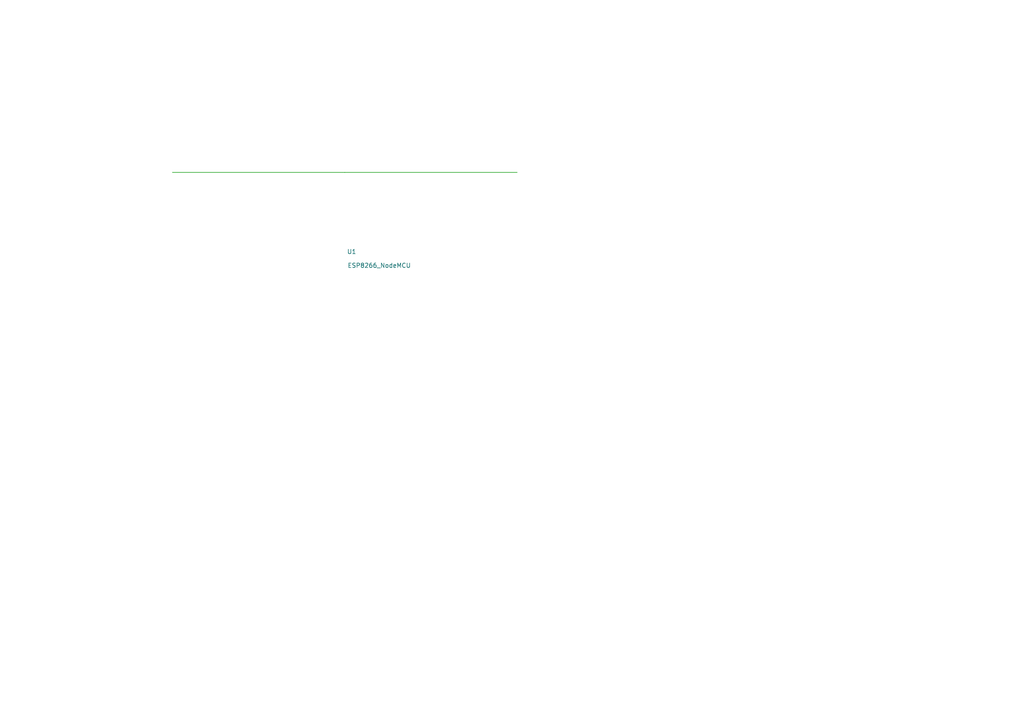
<source format=kicad_sch>
(kicad_sch (version 20211123) (generator eeschema)
  (paper "A4")
  (lib_symbols
    (symbol "ESP8266:NodeMCU" (pin_names (offset 1.016))
      (property "Reference" "U1" (at 0 0 0))
      (property "Value" "ESP8266_NodeMCU" (at 0 -2.54 0))
      (property "Footprint" "Module:NodeMCU_ESP8266" (at 0 0 0))
    )
    (symbol "Sensor:PMS5003" (pin_names (offset 1.016))
      (property "Reference" "U2" (at 0 0 0))
      (property "Value" "PMS5003" (at 0 -2.54 0))
    )
    (symbol "Sensor:BME280" (pin_names (offset 1.016))
      (property "Reference" "U3" (at 0 0 0))
      (property "Value" "BME280" (at 0 -2.54 0))
    )
  )
  (wire (pts (xy 50 50) (xy 100 50)))
  (wire (pts (xy 100 50) (xy 150 50)))
  (symbol (lib_id "ESP8266:NodeMCU") (at 100 75 0) (unit 1)
    (property "Reference" "U1" (at 102 73 0))
    (property "Value" "ESP8266_NodeMCU" (at 110 77 0))
  )
)
</source>
